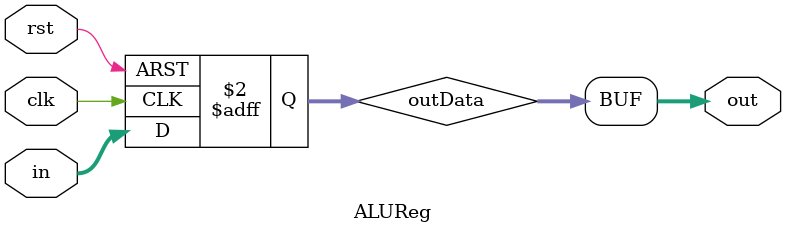
<source format=v>
`timescale 1ns/1ns
module ALUReg(input[7:0] in, input clk, rst, output[7:0] out);
	reg [7:0] outData;
	assign out = outData;
	always@(posedge clk, posedge rst)begin
		if(rst) outData <= 8'b0;
		else
			outData <= in;
	end
endmodule

</source>
